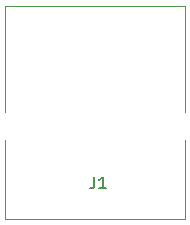
<source format=gto>
G04 #@! TF.FileFunction,Legend,Top*
%FSLAX46Y46*%
G04 Gerber Fmt 4.6, Leading zero omitted, Abs format (unit mm)*
G04 Created by KiCad (PCBNEW 4.0.7-e2-6376~58~ubuntu16.04.1) date Sat Jan 13 09:50:08 2018*
%MOMM*%
%LPD*%
G01*
G04 APERTURE LIST*
%ADD10C,0.100000*%
%ADD11C,0.120000*%
%ADD12C,0.150000*%
G04 APERTURE END LIST*
D10*
D11*
X145331000Y-119224000D02*
X160571000Y-119224000D01*
X160571000Y-101194000D02*
X160561000Y-110184000D01*
X160571000Y-101194000D02*
X145331000Y-101194000D01*
X145331000Y-101194000D02*
X145331000Y-110194000D01*
X160561000Y-112524000D02*
X160571000Y-119224000D01*
X145331000Y-112514000D02*
X145331000Y-119224000D01*
D12*
X152867667Y-115636381D02*
X152867667Y-116350667D01*
X152820047Y-116493524D01*
X152724809Y-116588762D01*
X152581952Y-116636381D01*
X152486714Y-116636381D01*
X153867667Y-116636381D02*
X153296238Y-116636381D01*
X153581952Y-116636381D02*
X153581952Y-115636381D01*
X153486714Y-115779238D01*
X153391476Y-115874476D01*
X153296238Y-115922095D01*
M02*

</source>
